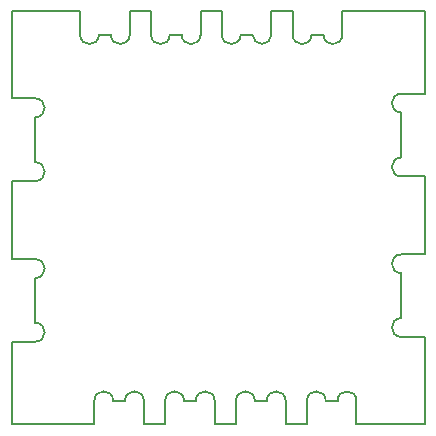
<source format=gbr>
G04 #@! TF.GenerationSoftware,KiCad,Pcbnew,(5.1.2-1)-1*
G04 #@! TF.CreationDate,2019-05-13T00:27:32-07:00*
G04 #@! TF.ProjectId,Bottom,426f7474-6f6d-42e6-9b69-6361645f7063,rev?*
G04 #@! TF.SameCoordinates,Original*
G04 #@! TF.FileFunction,Profile,NP*
%FSLAX46Y46*%
G04 Gerber Fmt 4.6, Leading zero omitted, Abs format (unit mm)*
G04 Created by KiCad (PCBNEW (5.1.2-1)-1) date 2019-05-13 00:27:32*
%MOMM*%
%LPD*%
G04 APERTURE LIST*
%ADD10C,0.200000*%
G04 APERTURE END LIST*
D10*
X131119999Y-80010000D02*
G75*
G02X132719999Y-80010000I800000J0D01*
G01*
X159119999Y-47010000D02*
X152120000Y-47010000D01*
X159120000Y-54010000D02*
X159119999Y-47010000D01*
X135320000Y-80010000D02*
X135320000Y-82010000D01*
X126120000Y-75010001D02*
X124120000Y-75010001D01*
X153320000Y-82010000D02*
X159120000Y-82010000D01*
X153320000Y-80010000D02*
X153320000Y-82010000D01*
X157119999Y-59410000D02*
X157119999Y-55610000D01*
X157119999Y-61009999D02*
G75*
G02X157119999Y-59410001I0J799999D01*
G01*
X159120000Y-61010000D02*
X157119999Y-61010000D01*
X159120000Y-67610001D02*
X159120000Y-61010000D01*
X131119999Y-82010000D02*
X131119999Y-80010000D01*
X124120000Y-61410000D02*
X124120000Y-68010000D01*
X146120000Y-49010002D02*
G75*
G02X144520000Y-49010000I-800000J1D01*
G01*
X146120000Y-47010000D02*
X146120000Y-49010001D01*
X157119999Y-54010000D02*
X159120000Y-54010000D01*
X157119999Y-55609999D02*
G75*
G02X157119999Y-54010001I0J799999D01*
G01*
X124120000Y-68010000D02*
X126120000Y-68010000D01*
X157119999Y-67610001D02*
X159120000Y-67610001D01*
X157119999Y-69210001D02*
G75*
G02X157119999Y-67610001I0J800000D01*
G01*
X135320000Y-82010000D02*
X137119999Y-82010000D01*
X133719999Y-80010000D02*
G75*
G02X135319999Y-80010000I800000J0D01*
G01*
X137520000Y-49010001D02*
G75*
G02X135920000Y-49010001I-800000J0D01*
G01*
X138520000Y-49010001D02*
X137520000Y-49010000D01*
X140120000Y-49010001D02*
G75*
G02X138520000Y-49010001I-800000J0D01*
G01*
X140120000Y-47010000D02*
X140120000Y-49010001D01*
X141919999Y-47010000D02*
X140120000Y-47010000D01*
X149520000Y-49010001D02*
G75*
G02X147920000Y-49010001I-800000J0D01*
G01*
X150520000Y-49010001D02*
X149520000Y-49010001D01*
X159119999Y-74610001D02*
X157119999Y-74610001D01*
X159120000Y-82010000D02*
X159119999Y-74610001D01*
X157119999Y-73010001D02*
X157119999Y-69210001D01*
X157119999Y-74610001D02*
G75*
G02X157119999Y-73010001I0J800000D01*
G01*
X137119999Y-80010000D02*
G75*
G02X138719999Y-80010000I800000J0D01*
G01*
X124120000Y-82010000D02*
X131119999Y-82010000D01*
X141919999Y-49010001D02*
X141919999Y-47010000D01*
X143520000Y-49010001D02*
G75*
G02X141920000Y-49010001I-800000J0D01*
G01*
X144520000Y-49010000D02*
X143520000Y-49010001D01*
X152120000Y-49010001D02*
G75*
G02X150520000Y-49010001I-800000J0D01*
G01*
X152120000Y-47010000D02*
X152120000Y-49010001D01*
X126120000Y-61410000D02*
X124120000Y-61410000D01*
X126120000Y-59810000D02*
G75*
G02X126120000Y-61410000I0J-800000D01*
G01*
X126120000Y-56010000D02*
X126120000Y-59810000D01*
X126120000Y-54410000D02*
G75*
G02X126120000Y-56010000I0J-800000D01*
G01*
X124120000Y-54410000D02*
X126120000Y-54410000D01*
X124120000Y-47010001D02*
X124120000Y-54410000D01*
X129919999Y-47010000D02*
X124120000Y-47010001D01*
X129920000Y-49010001D02*
X129919999Y-47010000D01*
X131520000Y-49010001D02*
G75*
G02X129920000Y-49010001I-800000J0D01*
G01*
X132520000Y-49010001D02*
X131520000Y-49010000D01*
X134120000Y-49010001D02*
G75*
G02X132520000Y-49010001I-800000J0D01*
G01*
X134119999Y-47010000D02*
X134120000Y-49010001D01*
X135919999Y-47010000D02*
X134119999Y-47010000D01*
X135920000Y-49010001D02*
X135919999Y-47010000D01*
X126120000Y-69610000D02*
X126120000Y-73410000D01*
X143119999Y-80010000D02*
G75*
G02X144719999Y-80010000I800000J0D01*
G01*
X143119999Y-82010000D02*
X143119999Y-80010000D01*
X126120000Y-68010000D02*
G75*
G02X126120000Y-69610000I0J-800000D01*
G01*
X151719999Y-80010000D02*
G75*
G02X153319999Y-80010000I800000J0D01*
G01*
X150719999Y-80010001D02*
X151719999Y-80010000D01*
X149119999Y-80010000D02*
G75*
G02X150719999Y-80010000I800000J0D01*
G01*
X149119999Y-82010000D02*
X149119999Y-80010000D01*
X145719999Y-80010000D02*
G75*
G02X147319999Y-80010000I800000J0D01*
G01*
X144719999Y-80010001D02*
X145719999Y-80010000D01*
X124120000Y-75010001D02*
X124120000Y-82010000D01*
X126120000Y-73410000D02*
G75*
G02X126120000Y-75010000I0J-800000D01*
G01*
X139719999Y-80010000D02*
G75*
G02X141319999Y-80010000I800000J0D01*
G01*
X147919999Y-47010000D02*
X146120000Y-47010000D01*
X147919999Y-49010001D02*
X147919999Y-47010000D01*
X137119999Y-82010000D02*
X137119999Y-80010000D01*
X141320000Y-82010000D02*
X143119999Y-82010000D01*
X141320000Y-80010000D02*
X141320000Y-82010000D01*
X132719999Y-80010000D02*
X133719999Y-80010000D01*
X138719999Y-80010000D02*
X139719999Y-80010000D01*
X147320000Y-82010000D02*
X149119999Y-82010000D01*
X147320000Y-80010000D02*
X147320000Y-82010000D01*
M02*

</source>
